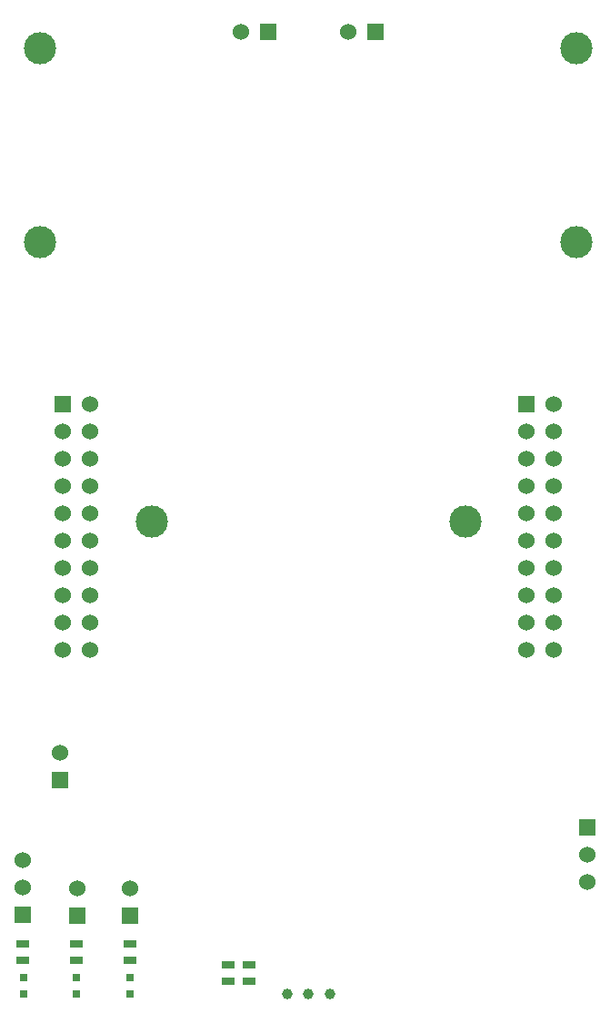
<source format=gts>
G04 (created by PCBNEW (2013-07-07 BZR 4022)-stable) date 7/8/2014 5:22:45 PM*
%MOIN*%
G04 Gerber Fmt 3.4, Leading zero omitted, Abs format*
%FSLAX34Y34*%
G01*
G70*
G90*
G04 APERTURE LIST*
%ADD10C,0.00590551*%
%ADD11C,0.11811*%
%ADD12R,0.045X0.025*%
%ADD13R,0.06X0.06*%
%ADD14C,0.06*%
%ADD15R,0.0314X0.0314*%
%ADD16C,0.0393701*%
G04 APERTURE END LIST*
G54D10*
G54D11*
X84490Y-42913D03*
X72990Y-42913D03*
X68897Y-32677D03*
X68897Y-25590D03*
X88582Y-25590D03*
X88582Y-32677D03*
G54D12*
X68267Y-59000D03*
X68267Y-58400D03*
X72204Y-59000D03*
X72204Y-58400D03*
X70236Y-59000D03*
X70236Y-58400D03*
X76574Y-59748D03*
X76574Y-59148D03*
X75787Y-59148D03*
X75787Y-59748D03*
G54D13*
X68267Y-57338D03*
G54D14*
X68267Y-56338D03*
X68267Y-55338D03*
G54D13*
X88976Y-54118D03*
G54D14*
X88976Y-55118D03*
X88976Y-56118D03*
G54D13*
X70275Y-57350D03*
G54D14*
X70275Y-56350D03*
G54D13*
X77271Y-25000D03*
G54D14*
X76271Y-25000D03*
G54D13*
X81208Y-25000D03*
G54D14*
X80208Y-25000D03*
G54D13*
X69645Y-52389D03*
G54D14*
X69645Y-51389D03*
G54D13*
X72204Y-57350D03*
G54D14*
X72204Y-56350D03*
G54D13*
X86740Y-38622D03*
G54D14*
X87740Y-38622D03*
X86740Y-39622D03*
X87740Y-39622D03*
X86740Y-40622D03*
X87740Y-40622D03*
X86740Y-41622D03*
X87740Y-41622D03*
X86740Y-42622D03*
X87740Y-42622D03*
X86740Y-43622D03*
X87740Y-43622D03*
X86740Y-44622D03*
X87740Y-44622D03*
X86740Y-45622D03*
X87740Y-45622D03*
X86740Y-46622D03*
X87740Y-46622D03*
X86740Y-47622D03*
X87740Y-47622D03*
G54D13*
X69740Y-38622D03*
G54D14*
X70740Y-38622D03*
X69740Y-39622D03*
X70740Y-39622D03*
X69740Y-40622D03*
X70740Y-40622D03*
X69740Y-41622D03*
X70740Y-41622D03*
X69740Y-42622D03*
X70740Y-42622D03*
X69740Y-43622D03*
X70740Y-43622D03*
X69740Y-44622D03*
X70740Y-44622D03*
X69740Y-45622D03*
X70740Y-45622D03*
X69740Y-46622D03*
X70740Y-46622D03*
X69740Y-47622D03*
X70740Y-47622D03*
G54D15*
X72204Y-59626D03*
X72204Y-60216D03*
X70236Y-59626D03*
X70236Y-60216D03*
X68307Y-59626D03*
X68307Y-60216D03*
G54D16*
X79527Y-60236D03*
X78740Y-60236D03*
X77952Y-60236D03*
M02*

</source>
